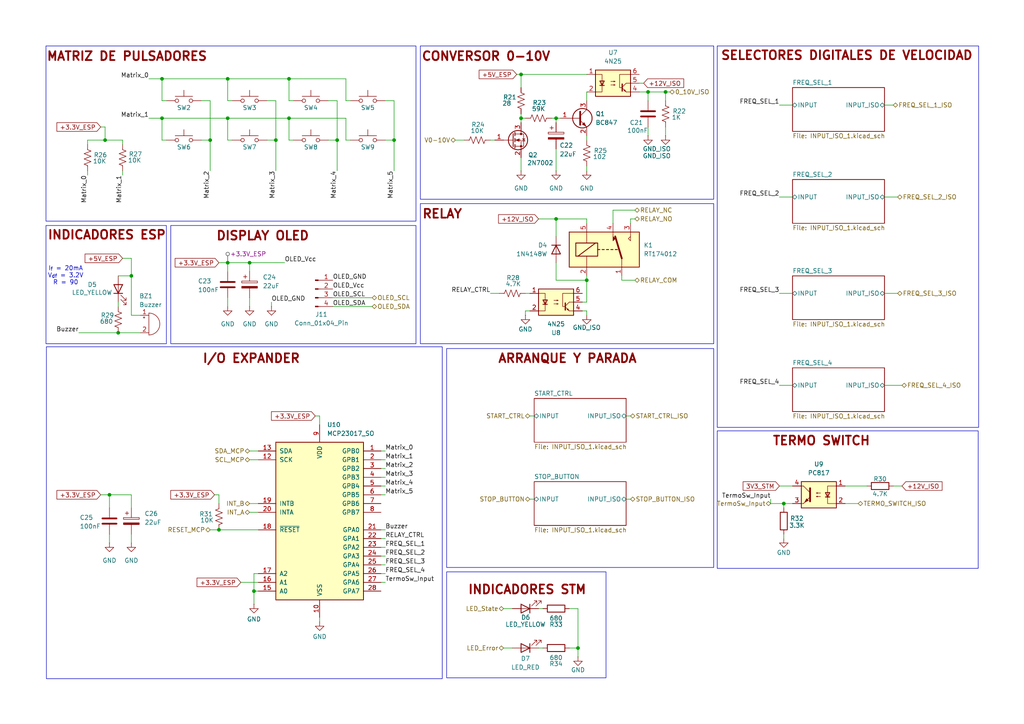
<source format=kicad_sch>
(kicad_sch (version 20250114) (generator "eeschema") (generator_version "9.0")
  (paper "A4")
  (title_block (title "Variador de frecuencia LVDC") (date "2025-08-05") (rev "0") (company "Andrenacci - Carra"))
  (rectangle (start 208.026 124.968) (end 283.718 164.846))
  (rectangle (start 13.335 13.335) (end 120.65 64.135))
  (rectangle (start 49.53 65.405) (end 120.65 99.695))
  (rectangle (start 121.92 13.335) (end 207.01 57.785))
  (rectangle (start 129.54 101.092) (end 207.01 164.592))
  (rectangle (start 13.335 65.405) (end 48.26 99.695))
  (rectangle (start 121.92 59.055) (end 207.01 99.695))
  (rectangle (start 129.54 165.862) (end 175.768 196.596))
  (rectangle (start 208.026 13.335) (end 283.845 123.952))
  (rectangle (start 13.462 100.584) (end 128.27 196.85))
  (text "R = 90" (at 19.05 82.042 0) (effects (font (size 1.27 1.27))))
  (text "I_{f} = 20mA\nV_{d_{f}} = 3.2V" (at 19.05 78.994 0) (effects (font (size 1.27 1.27))))
  (text "RELAY" (at 128.27 62.23 0) (effects (font (size 2.54 2.54) (thickness 0.508) (bold yes))))
  (text "MATRIZ DE PULSADORES" (at 36.83 16.51 0) (effects (font (size 2.54 2.54) (thickness 0.508) (bold yes))))
  (text "ARRANQUE Y PARADA" (at 164.592 104.14 0) (effects (font (size 2.54 2.54) (thickness 0.508) (bold yes))))
  (text "INDICADORES STM" (at 152.908 171.196 0) (effects (font (size 2.54 2.54) (thickness 0.508) (bold yes))))
  (text "TERMO SWITCH" (at 238.252 128.016 0) (effects (font (size 2.54 2.54) (thickness 0.508) (bold yes))))
  (text "I/O EXPANDER" (at 72.898 104.14 0) (effects (font (size 2.54 2.54) (thickness 0.508) (bold yes))))
  (text "DISPLAY OLED" (at 76.2 68.58 0) (effects (font (size 2.54 2.54) (thickness 0.508) (bold yes))))
  (text "INDICADORES ESP" (at 30.988 68.326 0) (effects (font (size 2.54 2.54) (thickness 0.508) (bold yes))))
  (text "SELECTORES DIGITALES DE VELOCIDAD\n" (at 245.618 16.256 0) (effects (font (size 2.54 2.54) (thickness 0.508) (bold yes))))
  (text "CONVERSOR 0-10V" (at 140.97 16.51 0) (effects (font (size 2.54 2.54) (thickness 0.508) (bold yes))))
  (junction (at 227.33 146.05))
  (junction (at 80.01 40.64))
  (junction (at 161.29 63.5))
  (junction (at 114.3 40.64))
  (junction (at 170.18 81.28))
  (junction (at 161.29 34.29))
  (junction (at 151.13 21.59))
  (junction (at 83.82 34.29))
  (junction (at 151.13 34.29))
  (junction (at 167.64 187.96))
  (junction (at 31.75 143.51))
  (junction (at 73.66 171.45))
  (junction (at 66.04 76.2))
  (junction (at 38.1 80.01))
  (junction (at 30.48 40.64))
  (junction (at 193.04 26.67))
  (junction (at 72.39 76.2))
  (junction (at 46.99 22.86))
  (junction (at 66.04 22.86))
  (junction (at 63.5 153.67))
  (junction (at 34.29 96.52))
  (junction (at 97.79 40.64))
  (junction (at 83.82 22.86))
  (junction (at 60.96 40.64))
  (junction (at 46.99 34.29))
  (junction (at 66.04 34.29))
  (junction (at 187.96 26.67))
  (wire (pts (xy 142.24 40.64) (xy 143.51 40.64)))
  (wire (pts (xy 69.85 168.91) (xy 74.93 168.91)))
  (wire (pts (xy 63.5 76.2) (xy 66.04 76.2)))
  (wire (pts (xy 167.64 187.96) (xy 167.64 176.53)))
  (wire (pts (xy 227.33 146.05) (xy 223.52 146.05)))
  (wire (pts (xy 60.96 40.64) (xy 60.96 49.53)))
  (wire (pts (xy 256.54 85.09) (xy 260.35 85.09)))
  (wire (pts (xy 100.33 29.21) (xy 100.33 22.86)))
  (wire (pts (xy 72.39 86.36) (xy 72.39 88.9)))
  (wire (pts (xy 66.04 76.2) (xy 72.39 76.2)))
  (wire (pts (xy 226.06 140.97) (xy 229.87 140.97)))
  (wire (pts (xy 110.49 133.35) (xy 111.76 133.35)))
  (wire (pts (xy 110.49 138.43) (xy 111.76 138.43)))
  (wire (pts (xy 181.61 120.65) (xy 182.88 120.65)))
  (wire (pts (xy 161.29 43.18) (xy 161.29 49.53)))
  (wire (pts (xy 186.69 24.13) (xy 185.42 24.13)))
  (wire (pts (xy 146.05 176.53) (xy 148.59 176.53)))
  (wire (pts (xy 170.18 48.26) (xy 170.18 49.53)))
  (wire (pts (xy 66.04 86.36) (xy 66.04 88.9)))
  (wire (pts (xy 29.21 36.83) (xy 30.48 36.83)))
  (wire (pts (xy 25.4 40.64) (xy 25.4 41.91)))
  (wire (pts (xy 73.66 166.37) (xy 74.93 166.37)))
  (wire (pts (xy 248.92 146.05) (xy 245.11 146.05)))
  (wire (pts (xy 38.1 143.51) (xy 38.1 147.32)))
  (wire (pts (xy 151.13 33.02) (xy 151.13 34.29)))
  (wire (pts (xy 111.76 166.37) (xy 110.49 166.37)))
  (wire (pts (xy 83.82 34.29) (xy 100.33 34.29)))
  (wire (pts (xy 156.21 176.53) (xy 157.48 176.53)))
  (wire (pts (xy 43.18 22.86) (xy 46.99 22.86)))
  (wire (pts (xy 170.18 39.37) (xy 170.18 40.64)))
  (wire (pts (xy 184.15 63.5) (xy 182.88 63.5)))
  (wire (pts (xy 60.96 153.67) (xy 63.5 153.67)))
  (wire (pts (xy 72.39 146.05) (xy 74.93 146.05)))
  (wire (pts (xy 97.79 40.64) (xy 97.79 49.53)))
  (wire (pts (xy 73.66 171.45) (xy 73.66 166.37)))
  (wire (pts (xy 110.49 143.51) (xy 111.76 143.51)))
  (wire (pts (xy 170.18 81.28) (xy 170.18 87.63)))
  (wire (pts (xy 111.76 163.83) (xy 110.49 163.83)))
  (wire (pts (xy 46.99 40.64) (xy 48.26 40.64)))
  (wire (pts (xy 187.96 26.67) (xy 187.96 29.21)))
  (wire (pts (xy 152.4 90.17) (xy 152.4 91.44)))
  (wire (pts (xy 114.3 40.64) (xy 114.3 29.21)))
  (wire (pts (xy 95.25 29.21) (xy 97.79 29.21)))
  (wire (pts (xy 66.04 22.86) (xy 66.04 29.21)))
  (wire (pts (xy 226.06 111.76) (xy 229.87 111.76)))
  (wire (pts (xy 161.29 63.5) (xy 170.18 63.5)))
  (wire (pts (xy 96.52 86.36) (xy 107.95 86.36)))
  (wire (pts (xy 149.86 21.59) (xy 151.13 21.59)))
  (wire (pts (xy 80.01 40.64) (xy 80.01 49.53)))
  (wire (pts (xy 48.26 29.21) (xy 46.99 29.21)))
  (wire (pts (xy 170.18 63.5) (xy 170.18 64.77)))
  (wire (pts (xy 46.99 34.29) (xy 66.04 34.29)))
  (wire (pts (xy 226.06 30.48) (xy 229.87 30.48)))
  (wire (pts (xy 187.96 36.83) (xy 187.96 39.37)))
  (wire (pts (xy 146.05 187.96) (xy 148.59 187.96)))
  (wire (pts (xy 46.99 22.86) (xy 66.04 22.86)))
  (wire (pts (xy 111.76 168.91) (xy 110.49 168.91)))
  (wire (pts (xy 100.33 22.86) (xy 83.82 22.86)))
  (wire (pts (xy 58.42 40.64) (xy 60.96 40.64)))
  (wire (pts (xy 66.04 76.2) (xy 66.04 78.74)))
  (wire (pts (xy 83.82 29.21) (xy 85.09 29.21)))
  (wire (pts (xy 34.29 80.01) (xy 38.1 80.01)))
  (wire (pts (xy 92.71 120.65) (xy 92.71 123.19)))
  (wire (pts (xy 31.75 154.94) (xy 31.75 157.48)))
  (wire (pts (xy 31.75 143.51) (xy 31.75 147.32)))
  (wire (pts (xy 151.13 34.29) (xy 152.4 34.29)))
  (wire (pts (xy 151.13 21.59) (xy 151.13 25.4)))
  (wire (pts (xy 168.91 90.17) (xy 170.18 90.17)))
  (wire (pts (xy 60.96 29.21) (xy 60.96 40.64)))
  (wire (pts (xy 77.47 40.64) (xy 80.01 40.64)))
  (wire (pts (xy 35.56 40.64) (xy 35.56 41.91)))
  (wire (pts (xy 77.47 29.21) (xy 80.01 29.21)))
  (wire (pts (xy 97.79 29.21) (xy 97.79 40.64)))
  (wire (pts (xy 153.67 144.78) (xy 154.94 144.78)))
  (wire (pts (xy 100.33 34.29) (xy 100.33 40.64)))
  (wire (pts (xy 58.42 29.21) (xy 60.96 29.21)))
  (wire (pts (xy 251.46 140.97) (xy 245.11 140.97)))
  (wire (pts (xy 142.24 85.09) (xy 144.78 85.09)))
  (wire (pts (xy 114.3 40.64) (xy 114.3 49.53)))
  (wire (pts (xy 72.39 133.35) (xy 74.93 133.35)))
  (wire (pts (xy 83.82 22.86) (xy 83.82 29.21)))
  (wire (pts (xy 46.99 34.29) (xy 46.99 40.64)))
  (wire (pts (xy 63.5 143.51) (xy 63.5 146.05)))
  (wire (pts (xy 227.33 146.05) (xy 227.33 147.32)))
  (wire (pts (xy 43.18 34.29) (xy 46.99 34.29)))
  (wire (pts (xy 72.39 76.2) (xy 82.55 76.2)))
  (wire (pts (xy 100.33 40.64) (xy 101.6 40.64)))
  (wire (pts (xy 63.5 153.67) (xy 74.93 153.67)))
  (wire (pts (xy 29.21 143.51) (xy 31.75 143.51)))
  (wire (pts (xy 161.29 34.29) (xy 162.56 34.29)))
  (wire (pts (xy 110.49 130.81) (xy 111.76 130.81)))
  (wire (pts (xy 38.1 74.93) (xy 38.1 80.01)))
  (wire (pts (xy 227.33 156.21) (xy 227.33 154.94)))
  (wire (pts (xy 229.87 146.05) (xy 227.33 146.05)))
  (wire (pts (xy 83.82 34.29) (xy 83.82 40.64)))
  (wire (pts (xy 101.6 29.21) (xy 100.33 29.21)))
  (wire (pts (xy 185.42 26.67) (xy 187.96 26.67)))
  (wire (pts (xy 110.49 156.21) (xy 111.76 156.21)))
  (wire (pts (xy 152.4 90.17) (xy 153.67 90.17)))
  (wire (pts (xy 67.31 40.64) (xy 66.04 40.64)))
  (wire (pts (xy 66.04 22.86) (xy 83.82 22.86)))
  (wire (pts (xy 78.74 87.63) (xy 78.74 88.9)))
  (wire (pts (xy 226.06 57.15) (xy 229.87 57.15)))
  (wire (pts (xy 170.18 26.67) (xy 170.18 29.21)))
  (wire (pts (xy 31.75 143.51) (xy 38.1 143.51)))
  (wire (pts (xy 151.13 45.72) (xy 151.13 49.53)))
  (wire (pts (xy 152.4 85.09) (xy 153.67 85.09)))
  (wire (pts (xy 182.88 63.5) (xy 182.88 64.77)))
  (wire (pts (xy 38.1 154.94) (xy 38.1 157.48)))
  (wire (pts (xy 167.64 190.5) (xy 167.64 187.96)))
  (wire (pts (xy 38.1 80.01) (xy 38.1 91.44)))
  (wire (pts (xy 193.04 26.67) (xy 194.31 26.67)))
  (wire (pts (xy 91.44 120.65) (xy 92.71 120.65)))
  (wire (pts (xy 110.49 153.67) (xy 111.76 153.67)))
  (wire (pts (xy 111.76 161.29) (xy 110.49 161.29)))
  (wire (pts (xy 177.8 60.96) (xy 184.15 60.96)))
  (wire (pts (xy 180.34 80.01) (xy 180.34 81.28)))
  (wire (pts (xy 165.1 187.96) (xy 167.64 187.96)))
  (wire (pts (xy 161.29 76.2) (xy 161.29 81.28)))
  (wire (pts (xy 30.48 36.83) (xy 30.48 40.64)))
  (wire (pts (xy 165.1 176.53) (xy 167.64 176.53)))
  (wire (pts (xy 62.23 143.51) (xy 63.5 143.51)))
  (wire (pts (xy 25.4 49.53) (xy 25.4 50.8)))
  (wire (pts (xy 46.99 29.21) (xy 46.99 22.86)))
  (wire (pts (xy 256.54 57.15) (xy 260.35 57.15)))
  (wire (pts (xy 110.49 140.97) (xy 111.76 140.97)))
  (wire (pts (xy 73.66 171.45) (xy 74.93 171.45)))
  (wire (pts (xy 92.71 179.07) (xy 92.71 180.34)))
  (wire (pts (xy 261.62 140.97) (xy 259.08 140.97)))
  (wire (pts (xy 66.04 34.29) (xy 66.04 40.64)))
  (wire (pts (xy 161.29 34.29) (xy 161.29 35.56)))
  (wire (pts (xy 193.04 26.67) (xy 193.04 29.21)))
  (wire (pts (xy 161.29 81.28) (xy 170.18 81.28)))
  (wire (pts (xy 25.4 40.64) (xy 30.48 40.64)))
  (wire (pts (xy 161.29 63.5) (xy 161.29 68.58)))
  (wire (pts (xy 110.49 135.89) (xy 111.76 135.89)))
  (wire (pts (xy 66.04 29.21) (xy 67.31 29.21)))
  (wire (pts (xy 184.15 81.28) (xy 180.34 81.28)))
  (wire (pts (xy 111.76 40.64) (xy 114.3 40.64)))
  (wire (pts (xy 30.48 40.64) (xy 35.56 40.64)))
  (wire (pts (xy 34.29 96.52) (xy 40.64 96.52)))
  (wire (pts (xy 170.18 90.17) (xy 170.18 91.44)))
  (wire (pts (xy 35.56 74.93) (xy 38.1 74.93)))
  (wire (pts (xy 96.52 88.9) (xy 107.95 88.9)))
  (wire (pts (xy 226.06 85.09) (xy 229.87 85.09)))
  (wire (pts (xy 256.54 111.76) (xy 261.62 111.76)))
  (wire (pts (xy 223.52 146.05) (xy 223.52 144.78)))
  (wire (pts (xy 177.8 64.77) (xy 177.8 60.96)))
  (wire (pts (xy 168.91 87.63) (xy 170.18 87.63)))
  (wire (pts (xy 95.25 40.64) (xy 97.79 40.64)))
  (wire (pts (xy 151.13 34.29) (xy 151.13 35.56)))
  (wire (pts (xy 160.02 34.29) (xy 161.29 34.29)))
  (wire (pts (xy 132.08 40.64) (xy 134.62 40.64)))
  (wire (pts (xy 72.39 76.2) (xy 72.39 78.74)))
  (wire (pts (xy 72.39 148.59) (xy 74.93 148.59)))
  (wire (pts (xy 66.04 34.29) (xy 83.82 34.29)))
  (wire (pts (xy 38.1 91.44) (xy 40.64 91.44)))
  (wire (pts (xy 22.86 96.52) (xy 34.29 96.52)))
  (wire (pts (xy 193.04 36.83) (xy 193.04 39.37)))
  (wire (pts (xy 181.61 144.78) (xy 182.88 144.78)))
  (wire (pts (xy 72.39 130.81) (xy 74.93 130.81)))
  (wire (pts (xy 83.82 40.64) (xy 85.09 40.64)))
  (wire (pts (xy 80.01 29.21) (xy 80.01 40.64)))
  (wire (pts (xy 170.18 21.59) (xy 151.13 21.59)))
  (wire (pts (xy 156.21 63.5) (xy 161.29 63.5)))
  (wire (pts (xy 256.54 30.48) (xy 259.08 30.48)))
  (wire (pts (xy 34.29 87.63) (xy 34.29 88.9)))
  (wire (pts (xy 111.76 158.75) (xy 110.49 158.75)))
  (wire (pts (xy 35.56 49.53) (xy 35.56 50.8)))
  (wire (pts (xy 114.3 29.21) (xy 111.76 29.21)))
  (wire (pts (xy 73.66 175.26) (xy 73.66 171.45)))
  (wire (pts (xy 187.96 26.67) (xy 193.04 26.67)))
  (wire (pts (xy 153.67 120.65) (xy 154.94 120.65)))
  (wire (pts (xy 156.21 187.96) (xy 157.48 187.96)))
  (wire (pts (xy 170.18 80.01) (xy 170.18 81.28)))
  (label "OLED_SDA" (at 96.52 88.9 0))
  (label "Matrix_0" (at 111.76 130.81 0))
  (label "FREQ_SEL_4" (at 226.06 111.76 180))
  (label "Buzzer" (at 111.76 153.67 0))
  (label "Matrix_0" (at 43.18 22.86 180))
  (label "FREQ_SEL_4" (at 111.76 166.37 0))
  (label "FREQ_SEL_2" (at 111.76 161.29 0))
  (label "Matrix_3" (at 111.76 138.43 0))
  (label "Matrix_2" (at 60.96 49.53 270))
  (label "Matrix_2" (at 111.76 135.89 0))
  (label "Matrix_5" (at 114.3 49.53 270))
  (label "FREQ_SEL_3" (at 111.76 163.83 0))
  (label "Buzzer" (at 22.86 96.52 180))
  (label "OLED_SCL" (at 96.52 86.36 0))
  (label "RELAY_CTRL" (at 111.76 156.21 0))
  (label "OLED_Vcc" (at 82.55 76.2 0))
  (label "OLED_Vcc" (at 96.52 83.82 0))
  (label "TermoSw_Input" (at 223.52 144.78 180))
  (label "Matrix_0" (at 25.4 50.8 270))
  (label "FREQ_SEL_1" (at 111.76 158.75 0))
  (label "Matrix_1" (at 35.56 50.8 270))
  (label "FREQ_SEL_2" (at 226.06 57.15 180))
  (label "Matrix_4" (at 111.76 140.97 0))
  (label "Matrix_5" (at 111.76 143.51 0))
  (label "TermoSw_Input" (at 111.76 168.91 0))
  (label "OLED_GND" (at 96.52 81.28 0))
  (label "Matrix_4" (at 97.79 49.53 270))
  (label "RELAY_CTRL" (at 142.24 85.09 180))
  (label "FREQ_SEL_1" (at 226.06 30.48 180))
  (label "OLED_GND" (at 78.74 87.63 0))
  (label "Matrix_1" (at 43.18 34.29 180))
  (label "Matrix_3" (at 80.01 49.53 270))
  (label "Matrix_1" (at 111.76 133.35 0))
  (label "FREQ_SEL_3" (at 226.06 85.09 180))
  (global_label "3V3_STM" (shape input) (at 226.06 140.97 180) (property "Intersheetrefs" "${INTERSHEET_REFS}" (effects (hide yes))))
  (global_label "+12V_ISO" (shape input) (at 186.69 24.13 0) (property "Intersheetrefs" "${INTERSHEET_REFS}" (effects (hide yes))))
  (global_label "+3.3V_ESP" (shape input) (at 63.5 76.2 180) (property "Intersheetrefs" "${INTERSHEET_REFS}" (effects (hide yes))))
  (global_label "+3.3V_ESP" (shape input) (at 69.85 168.91 180) (property "Intersheetrefs" "${INTERSHEET_REFS}" (effects (hide yes))))
  (global_label "+5V_ESP" (shape input) (at 149.86 21.59 180) (property "Intersheetrefs" "${INTERSHEET_REFS}" (effects (hide yes))))
  (global_label "+3.3V_ESP" (shape input) (at 62.23 143.51 180) (property "Intersheetrefs" "${INTERSHEET_REFS}" (effects (hide yes))))
  (global_label "+12V_ISO" (shape input) (at 261.62 140.97 0) (property "Intersheetrefs" "${INTERSHEET_REFS}" (effects (hide yes))))
  (global_label "+5V_ESP" (shape input) (at 35.56 74.93 180) (property "Intersheetrefs" "${INTERSHEET_REFS}" (effects (hide yes))))
  (global_label "+3.3V_ESP" (shape input) (at 29.21 36.83 180) (property "Intersheetrefs" "${INTERSHEET_REFS}" (effects (hide yes))))
  (global_label "+12V_ISO" (shape input) (at 156.21 63.5 180) (property "Intersheetrefs" "${INTERSHEET_REFS}" (effects (hide yes))))
  (global_label "+3.3V_ESP" (shape input) (at 29.21 143.51 180) (property "Intersheetrefs" "${INTERSHEET_REFS}" (effects (hide yes))))
  (global_label "+3.3V_ESP" (shape input) (at 91.44 120.65 180) (property "Intersheetrefs" "${INTERSHEET_REFS}" (effects (hide yes))))
  (hierarchical_label "V0-10V" (shape bidirectional) (at 132.08 40.64 180))
  (hierarchical_label "RESET_MCP" (shape bidirectional) (at 60.96 153.67 180))
  (hierarchical_label "TERMO_SWITCH_ISO" (shape bidirectional) (at 248.92 146.05 0))
  (hierarchical_label "LED_Error" (shape bidirectional) (at 146.05 187.96 180))
  (hierarchical_label "FREQ_SEL_4_ISO" (shape bidirectional) (at 261.62 111.76 0))
  (hierarchical_label "SCL_MCP" (shape bidirectional) (at 72.39 133.35 180))
  (hierarchical_label "0_10V_ISO" (shape bidirectional) (at 194.31 26.67 0))
  (hierarchical_label "INT_B" (shape bidirectional) (at 72.39 146.05 180))
  (hierarchical_label "RELAY_COM" (shape bidirectional) (at 184.15 81.28 0))
  (hierarchical_label "RELAY_NO" (shape bidirectional) (at 184.15 63.5 0))
  (hierarchical_label "OLED_SCL" (shape bidirectional) (at 107.95 86.36 0))
  (hierarchical_label "FREQ_SEL_2_ISO" (shape bidirectional) (at 260.35 57.15 0))
  (hierarchical_label "OLED_SDA" (shape bidirectional) (at 107.95 88.9 0))
  (hierarchical_label "FREQ_SEL_3_ISO" (shape bidirectional) (at 260.35 85.09 0))
  (hierarchical_label "SDA_MCP" (shape bidirectional) (at 72.39 130.81 180))
  (hierarchical_label "RELAY_NC" (shape bidirectional) (at 184.15 60.96 0))
  (hierarchical_label "START_CTRL_ISO" (shape bidirectional) (at 182.88 120.65 0))
  (hierarchical_label "INT_A" (shape bidirectional) (at 72.39 148.59 180))
  (hierarchical_label "START_CTRL" (shape bidirectional) (at 153.67 120.65 180))
  (hierarchical_label "TermoSw_Input" (shape bidirectional) (at 223.52 146.05 180))
  (hierarchical_label "STOP_BUTTON" (shape bidirectional) (at 153.67 144.78 180))
  (hierarchical_label "STOP_BUTTON_ISO" (shape bidirectional) (at 182.88 144.78 0))
  (hierarchical_label "LED_State" (shape bidirectional) (at 146.05 176.53 180))
  (hierarchical_label "FREQ_SEL_1_ISO" (shape bidirectional) (at 259.08 30.48 0))
  (netclass_flag "" (length 2.54) (shape round) (at 66.04 76.2 0) (property "Netclass" "+3.3V_ESP" (at 66.7385 73.66 0) (effects (justify left))))
  (symbol (lib_id "power:GND") (at 170.18 49.53 0) (unit 1)
    (property "Reference" "#PWR037" (effects (hide yes)))
    (property "Value" "GND" (at 170.18 54.61 0))
    (property "Description" "Power symbol creates a global label with name \"GND\" , ground" (effects (hide yes)))
  )
  (symbol (lib_id "Relay:G5LE-1") (at 175.26 72.39 0) (unit 1)
    (property "Reference" "K1" (at 186.69 71.1199 0) (effects (justify left)))
    (property "Value" "RT174012" (at 186.69 73.6599 0) (effects (justify left)))
    (property "Footprint" "Footprints:RT174012" (effects (hide yes)))
    (property "Datasheet" "https://www.lcsc.com/datasheet/C6460993.pdf" (effects (hide yes)))
    (property "Description" "Omron G5LE relay, Miniature Single Pole, SPDT, 10A" (effects (hide yes)))
    (property "Price" "6.0068" (effects (hide yes)))
    (property "Manufacturer" "TE Connectivity" (effects (hide yes)))
    (property "Compra" "https://www.lcsc.com/product-detail/C6460993.html" (effects (hide yes)))
    (property "Symbol checked" "Yes" (effects (hide yes)))
  )
  (symbol (lib_id "Device:LED") (at 34.29 83.82 90) (unit 1)
    (property "Reference" "D5" (at 25.4 82.55 90) (effects (justify right)))
    (property "Value" "LED_YELLOW" (at 20.828 84.836 90) (effects (justify right)))
    (property "Footprint" "LED_SMD:LED_0603_1608Metric_Pad1.05x0.95mm_HandSolder" (effects (hide yes)))
    (property "Datasheet" "https://www.lcsc.com/datasheet/C965802.pdf" (effects (hide yes)))
    (property "Description" "Light emitting diode" (effects (hide yes)))
    (property "Sim.Pins" "1=K 2=A" (effects (hide yes)))
    (property "Footprint checked" "Yes" (effects (hide yes)))
    (property "Symbol checked" "Yes" (effects (hide yes)))
    (property "Price" "0.0059" (effects (hide yes)))
    (property "Manufacturer" "XINGLIGHT" (effects (hide yes)))
    (property "Compra" "https://www.lcsc.com/product-detail/C965802.html" (effects (hide yes)))
  )
  (symbol (lib_id "Device:C") (at 187.96 33.02 0) (unit 1)
    (property "Reference" "C21" (at 182.626 35.56 0) (effects (justify left)))
    (property "Value" "100nF" (at 181.864 37.846 0) (effects (justify left)))
    (property "Footprint" "Capacitor_SMD:C_0603_1608Metric_Pad1.08x0.95mm_HandSolder" (effects (hide yes)))
    (property "Datasheet" "https://www.lcsc.com/datasheet/C14663.pdf" (effects (hide yes)))
    (property "Description" "Unpolarized capacitor" (effects (hide yes)))
    (property "Footprint checked" "Yes" (effects (hide yes)))
    (property "Symbol checked" "Yes" (effects (hide yes)))
    (property "Price" "0.24" (effects (hide yes)))
    (property "Manufacturer" "Yagueo" (effects (hide yes)))
    (property "Compra" "https://www.lcsc.com/product-detail/C14663.html" (effects (hide yes)))
  )
  (symbol (lib_id "power:GND") (at 78.74 88.9 0) (unit 1)
    (property "Reference" "#PWR040" (effects (hide yes)))
    (property "Value" "GND" (at 78.74 93.98 0))
    (property "Description" "Power symbol creates a global label with name \"GND\" , ground" (effects (hide yes)))
  )
  (symbol (lib_id "Device:C") (at 66.04 82.55 0) (unit 1)
    (property "Reference" "C23" (at 57.404 81.534 0) (effects (justify left)))
    (property "Value" "100nF" (at 57.404 84.074 0) (effects (justify left)))
    (property "Footprint" "Capacitor_SMD:C_0603_1608Metric_Pad1.08x0.95mm_HandSolder" (effects (hide yes)))
    (property "Datasheet" "https://www.lcsc.com/datasheet/C14663.pdf" (effects (hide yes)))
    (property "Description" "Unpolarized capacitor" (effects (hide yes)))
    (property "Footprint checked" "Yes" (effects (hide yes)))
    (property "Symbol checked" "Yes" (effects (hide yes)))
    (property "Price" "0.24" (effects (hide yes)))
    (property "Manufacturer" "Yagueo" (effects (hide yes)))
    (property "Compra" "https://www.lcsc.com/product-detail/C14663.html" (effects (hide yes)))
  )
  (symbol (lib_id "power:GND") (at 31.75 157.48 0) (unit 1)
    (property "Reference" "#PWR044" (effects (hide yes)))
    (property "Value" "GND" (at 31.75 162.56 0))
    (property "Description" "Power symbol creates a global label with name \"GND\" , ground" (effects (hide yes)))
  )
  (symbol (lib_id "Switch:SW_MEC_5G") (at 72.39 40.64 0) (unit 1)
    (property "Reference" "SW7" (at 72.39 42.672 0))
    (property "Value" "SW_MEC_5G" (effects (hide yes)))
    (property "Datasheet" "https://www.lcsc.com/datasheet/C2894750.pdf" (effects (hide yes)))
    (property "Description" "MEC 5G single pole normally-open tactile switch" (effects (hide yes)))
    (property "Compra" "https://www.lcsc.com/product-detail/C2894750.html" (effects (hide yes)))
    (property "Manufacturer" "Yuandi" (effects (hide yes)))
    (property "Price" "0.1224" (effects (hide yes)))
    (property "Symbol checked" "Yes" (effects (hide yes)))
  )
  (symbol (lib_id "Device:R") (at 161.29 187.96 90) (unit 1)
    (property "Reference" "R34" (at 161.29 192.532 90))
    (property "Value" "680" (at 161.29 190.754 90))
    (property "Footprint" "Resistor_SMD:R_0603_1608Metric_Pad0.98x0.95mm_HandSolder" (effects (hide yes)))
    (property "Datasheet" "https://www.lcsc.com/datasheet/C20109434.pdf" (effects (hide yes)))
    (property "Description" "Resistor" (effects (hide yes)))
    (property "Symbol checked" "Yes" (effects (hide yes)))
    (property "Compra" "https://www.lcsc.com/product-detail/C20109434.html" (effects (hide yes)))
    (property "Footprint checked" "Yes" (effects (hide yes)))
    (property "Manufacturer" "ROHM" (effects (hide yes)))
    (property "Price" "0.0186" (effects (hide yes)))
  )
  (symbol (lib_id "Device:R_US") (at 156.21 34.29 90) (unit 1)
    (property "Reference" "R23" (at 154.4955 29.7815 90) (effects (justify right)))
    (property "Value" "59K" (at 154.2415 31.5595 90) (effects (justify right)))
    (property "Footprint" "Resistor_SMD:R_0603_1608Metric_Pad0.98x0.95mm_HandSolder" (effects (hide yes)))
    (property "Datasheet" "https://www.lcsc.com/datasheet/C203697.pdf" (effects (hide yes)))
    (property "Description" "Resistor, US symbol" (effects (hide yes)))
    (property "Footprint checked" "Yes" (effects (hide yes)))
    (property "Symbol checked" "Yes" (effects (hide yes)))
    (property "Price" "0.0087" (effects (hide yes)))
    (property "Compra" "https://www.lcsc.com/product-detail/C203697.html" (effects (hide yes)))
    (property "Manufacturer" "BOURNS" (effects (hide yes)))
  )
  (symbol (lib_id "Device:C_Polarized") (at 38.1 151.13 0) (unit 1)
    (property "Reference" "C26" (at 41.91 148.9709 0) (effects (justify left)))
    (property "Value" "22uF" (at 41.91 151.5109 0) (effects (justify left)))
    (property "Footprint" "Capacitor_SMD:CP_Elec_5x5.4" (effects (hide yes)))
    (property "Datasheet" "https://www.lcsc.com/datasheet/C72502.pdf" (effects (hide yes)))
    (property "Description" "Polarized capacitor" (effects (hide yes)))
    (property "Footprint checked" "Yes" (effects (hide yes)))
    (property "Symbol checked" "Yes" (effects (hide yes)))
    (property "Price" "0.41" (effects (hide yes)))
    (property "Manufacturer" "Roquang" (effects (hide yes)))
    (property "Compra" "https://www.lcsc.com/product-detail/C72502.html" (effects (hide yes)))
  )
  (symbol (lib_id "power:GND") (at 73.66 175.26 0) (unit 1)
    (property "Reference" "#PWR046" (effects (hide yes)))
    (property "Value" "GND" (at 73.66 179.578 0))
    (property "Description" "Power symbol creates a global label with name \"GND\" , ground" (effects (hide yes)))
  )
  (symbol (lib_id "Device:LED") (at 152.4 187.96 180) (unit 1)
    (property "Reference" "D7" (at 152.4 191.008 0))
    (property "Value" "LED_RED" (at 152.4 193.548 0))
    (property "Footprint" "LED_SMD:LED_0603_1608Metric_Pad1.05x0.95mm_HandSolder" (effects (hide yes)))
    (property "Datasheet" "https://www.lcsc.com/datasheet/C965799.pdf" (effects (hide yes)))
    (property "Description" "Light emitting diode" (effects (hide yes)))
    (property "Sim.Pins" "1=K 2=A" (effects (hide yes)))
    (property "Compra" "https://www.lcsc.com/product-detail/C965799.html" (effects (hide yes)))
    (property "Footprint checked" "Yes" (effects (hide yes)))
    (property "Manufacturer" "XINGLIGHT" (effects (hide yes)))
    (property "Price" "0.0032" (effects (hide yes)))
    (property "Symbol checked" "Yes" (effects (hide yes)))
  )
  (symbol (lib_id "Switch:SW_MEC_5G") (at 53.34 40.64 0) (unit 1)
    (property "Reference" "SW6" (at 53.34 42.672 0))
    (property "Value" "SW_MEC_5G" (effects (hide yes)))
    (property "Datasheet" "https://www.lcsc.com/datasheet/C2894750.pdf" (effects (hide yes)))
    (property "Description" "MEC 5G single pole normally-open tactile switch" (effects (hide yes)))
    (property "Compra" "https://www.lcsc.com/product-detail/C2894750.html" (effects (hide yes)))
    (property "Manufacturer" "Yuandi" (effects (hide yes)))
    (property "Price" "0.1224" (effects (hide yes)))
    (property "Symbol checked" "Yes" (effects (hide yes)))
  )
  (symbol (lib_id "Isolator:PC817") (at 237.49 143.51 0) (mirror y) (unit 1)
    (property "Reference" "U9" (at 237.49 134.62 0))
    (property "Value" "PC817" (at 237.49 137.16 0))
    (property "Footprint" "Package_DIP:DIP-4_W7.62mm_SMDSocket_SmallPads" (effects (hide yes)))
    (property "Datasheet" "https://www.lcsc.com/datasheet/C3008368.pdf" (effects (hide yes)))
    (property "Description" "DC Optocoupler, Vce 35V, CTR 50-300%, DIP-4" (effects (hide yes)))
    (property "Compra" "https://www.lcsc.com/product-detail/C3008368.html" (effects (hide yes)))
    (property "Manufacturer" "UMW" (effects (hide yes)))
    (property "Price" "0.0347" (effects (hide yes)))
  )
  (symbol (lib_id "power:GND") (at 151.13 49.53 0) (unit 1)
    (property "Reference" "#PWR035" (effects (hide yes)))
    (property "Value" "GND" (at 151.13 54.61 0))
    (property "Description" "Power symbol creates a global label with name \"GND\" , ground" (effects (hide yes)))
  )
  (symbol (lib_id "power:GND") (at 193.04 39.37 0) (unit 1)
    (property "Reference" "#PWR034" (effects (hide yes)))
    (property "Value" "GND_ISO" (at 190.5 43.18 0))
    (property "Description" "Power symbol creates a global label with name \"GND\" , ground" (effects (hide yes)))
  )
  (symbol (lib_id "Device:R") (at 255.27 140.97 270) (mirror x) (unit 1)
    (property "Reference" "R30" (at 255.27 138.938 90))
    (property "Value" "4.7K" (at 255.27 143.256 90))
    (property "Footprint" "Resistor_SMD:R_0603_1608Metric_Pad0.98x0.95mm_HandSolder" (effects (hide yes)))
    (property "Datasheet" "https://www.lcsc.com/datasheet/C2078630.pdf" (effects (hide yes)))
    (property "Description" "Resistor" (effects (hide yes)))
    (property "Symbol checked" "Yes" (effects (hide yes)))
    (property "Compra" "https://www.lcsc.com/product-detail/C2078630.html" (effects (hide yes)))
    (property "Footprint checked" "Yes" (effects (hide yes)))
    (property "Manufacturer" "VISHAY" (effects (hide yes)))
    (property "Price" "0.0220" (effects (hide yes)))
  )
  (symbol (lib_id "Isolator:4N25") (at 177.8 24.13 0) (unit 1)
    (property "Reference" "U7" (at 177.8 15.24 0))
    (property "Value" "4N25" (at 177.8 17.78 0))
    (property "Footprint" "Package_DIP:DIP-6_W7.62mm_SMDSocket_SmallPads" (effects (hide yes)))
    (property "Datasheet" "https://www.lcsc.com/datasheet/C898941.pdf" (effects (hide yes)))
    (property "Description" "DC Optocoupler Base Connected, Vce 30V, CTR 20%, Viso 2500V, DIP6" (effects (hide yes)))
    (property "Compra" "https://www.lcsc.com/product-detail/C898941.html?s_z=n_4N25%2520SMD-6P" (effects (hide yes)))
    (property "Manufacturer" "onsemi" (effects (hide yes)))
    (property "Price" "0.9182" (effects (hide yes)))
  )
  (symbol (lib_id "power:GND") (at 38.1 157.48 0) (unit 1)
    (property "Reference" "#PWR045" (effects (hide yes)))
    (property "Value" "GND" (at 38.1 162.56 0))
    (property "Description" "Power symbol creates a global label with name \"GND\" , ground" (effects (hide yes)))
  )
  (symbol (lib_id "Device:R") (at 161.29 176.53 90) (unit 1)
    (property "Reference" "R33" (at 161.29 181.102 90))
    (property "Value" "680" (at 161.29 179.324 90))
    (property "Footprint" "Resistor_SMD:R_0603_1608Metric_Pad0.98x0.95mm_HandSolder" (effects (hide yes)))
    (property "Datasheet" "https://www.lcsc.com/datasheet/C20109434.pdf" (effects (hide yes)))
    (property "Description" "Resistor" (effects (hide yes)))
    (property "Symbol checked" "Yes" (effects (hide yes)))
    (property "Compra" "https://www.lcsc.com/product-detail/C20109434.html" (effects (hide yes)))
    (property "Footprint checked" "Yes" (effects (hide yes)))
    (property "Manufacturer" "ROHM" (effects (hide yes)))
    (property "Price" "0.0186" (effects (hide yes)))
  )
  (symbol (lib_id "Device:C") (at 31.75 151.13 0) (unit 1)
    (property "Reference" "C25" (at 23.114 150.114 0) (effects (justify left)))
    (property "Value" "100nF" (at 23.114 152.654 0) (effects (justify left)))
    (property "Footprint" "Capacitor_SMD:C_0603_1608Metric_Pad1.08x0.95mm_HandSolder" (effects (hide yes)))
    (property "Datasheet" "https://www.lcsc.com/datasheet/C14663.pdf" (effects (hide yes)))
    (property "Description" "Unpolarized capacitor" (effects (hide yes)))
    (property "Footprint checked" "Yes" (effects (hide yes)))
    (property "Symbol checked" "Yes" (effects (hide yes)))
    (property "Price" "0.24" (effects (hide yes)))
    (property "Manufacturer" "Yagueo" (effects (hide yes)))
    (property "Compra" "https://www.lcsc.com/product-detail/C14663.html" (effects (hide yes)))
  )
  (symbol (lib_id "Transistor_BJT:BC847") (at 167.64 34.29 0) (unit 1)
    (property "Reference" "Q1" (at 172.72 33.0199 0) (effects (justify left)))
    (property "Value" "BC847" (at 172.72 35.5599 0) (effects (justify left)))
    (property "Footprint" "Package_TO_SOT_SMD:SOT-523" (effects (hide yes)))
    (property "Datasheet" "https://www.lcsc.com/datasheet/C526465.pdf" (effects (hide yes)))
    (property "Description" "0.1A Ic, 45V Vce, NPN Transistor, SOT-23" (effects (hide yes)))
    (property "Price" "0.0379" (effects (hide yes)))
    (property "Manufacturer" "DIODES" (effects (hide yes)))
    (property "Compra" "https://www.lcsc.com/product-detail/C526465.html?s_z=n_BC847C" (effects (hide yes)))
    (property "Symbol checked" "Yes" (effects (hide yes)))
    (property "Footprint checked" "Yes" (effects (hide yes)))
  )
  (symbol (lib_id "Device:R_US") (at 170.18 44.45 180) (unit 1)
    (property "Reference" "R25" (at 172.212 43.688 0) (effects (justify right)))
    (property "Value" "102" (at 171.958 45.466 0) (effects (justify right)))
    (property "Footprint" "Resistor_SMD:R_0603_1608Metric_Pad0.98x0.95mm_HandSolder" (effects (hide yes)))
    (property "Datasheet" "https://www.lcsc.com/datasheet/C4191024.pdf" (effects (hide yes)))
    (property "Description" "Resistor, US symbol" (effects (hide yes)))
    (property "Footprint checked" "Yes" (effects (hide yes)))
    (property "Symbol checked" "Yes" (effects (hide yes)))
    (property "Compra" "https://www.lcsc.com/product-detail/C4191024.html" (effects (hide yes)))
    (property "Manufacturer" "VISHAY" (effects (hide yes)))
  )
  (symbol (lib_id "Device:Buzzer") (at 43.18 93.98 0) (unit 1)
    (property "Reference" "BZ1" (at 40.386 85.852 0) (effects (justify left)))
    (property "Value" "Buzzer" (at 40.386 88.392 0) (effects (justify left)))
    (property "Footprint" "Buzzer_Beeper:Buzzer_12x9.5RM7.6" (effects (hide yes)))
    (property "Datasheet" "https://www.lcsc.com/datasheet/C96222.pdf" (effects (hide yes)))
    (property "Description" "Buzzer, polarized" (effects (hide yes)))
    (property "Footprint checked" "Yes" (effects (hide yes)))
    (property "Symbol checked" "Yes" (effects (hide yes)))
    (property "Price" "3.19" (effects (hide yes)))
    (property "Manufacturer" "  Huaneng" (effects (hide yes)))
    (property "Compra" "https://www.lcsc.com/product-detail/C96222.html" (effects (hide yes)))
  )
  (symbol (lib_id "Device:R") (at 227.33 151.13 0) (mirror x) (unit 1)
    (property "Reference" "R32" (at 231.14 150.368 0))
    (property "Value" "3.3K" (at 231.14 152.4 0))
    (property "Footprint" "Resistor_SMD:R_0603_1608Metric_Pad0.98x0.95mm_HandSolder" (effects (hide yes)))
    (property "Datasheet" "https://www.lcsc.com/datasheet/C4098385.pdf" (effects (hide yes)))
    (property "Description" "Resistor" (effects (hide yes)))
    (property "Symbol checked" "Yes" (effects (hide yes)))
    (property "Compra" "https://www.lcsc.com/product-detail/C4098385.html" (effects (hide yes)))
    (property "Footprint checked" "Yes" (effects (hide yes)))
    (property "Manufacturer" "VISHAY" (effects (hide yes)))
    (property "Price" "0.0301" (effects (hide yes)))
  )
  (symbol (lib_id "Diode:1N4148W") (at 161.29 72.39 90) (mirror x) (unit 1)
    (property "Reference" "D4" (at 158.75 71.1199 90) (effects (justify left)))
    (property "Value" "1N4148W" (at 158.75 73.6599 90) (effects (justify left)))
    (property "Footprint" "Diode_SMD:D_SOD-123" (effects (hide yes)))
    (property "Datasheet" "https://www.lcsc.com/datasheet/C241939.pdf" (effects (hide yes)))
    (property "Description" "75V 0.15A Fast Switching Diode, SOD-123" (effects (hide yes)))
    (property "Sim.Device" "D" (effects (hide yes)))
    (property "Sim.Pins" "1=K 2=A" (effects (hide yes)))
    (property "Compra" "https://www.lcsc.com/product-detail/C241939.html?s_z=n_1N4148W" (effects (hide yes)))
    (property "Manufacturer" "VISHAY" (effects (hide yes)))
    (property "Footprint checked" "Yes" (effects (hide yes)))
    (property "Price" "0.0338" (effects (hide yes)))
    (property "Symbol checked" "Yes" (effects (hide yes)))
  )
  (symbol (lib_id "Device:R_US") (at 148.59 85.09 90) (unit 1)
    (property "Reference" "R28" (at 146.8755 80.5815 90) (effects (justify right)))
    (property "Value" "4.7K" (at 146.6215 82.3595 90) (effects (justify right)))
    (property "Footprint" "Resistor_SMD:R_0603_1608Metric_Pad0.98x0.95mm_HandSolder" (effects (hide yes)))
    (property "Datasheet" "https://www.lcsc.com/datasheet/C2078630.pdf" (effects (hide yes)))
    (property "Description" "Resistor, US symbol" (effects (hide yes)))
    (property "Footprint checked" "Yes" (effects (hide yes)))
    (property "Symbol checked" "Yes" (effects (hide yes)))
    (property "Price" "0.0220" (effects (hide yes)))
    (property "Compra" "https://www.lcsc.com/product-detail/C2078630.html" (effects (hide yes)))
    (property "Manufacturer" "VISHAY" (effects (hide yes)))
  )
  (symbol (lib_id "Device:C_Polarized") (at 161.29 39.37 0) (unit 1)
    (property "Reference" "C22" (at 162.306 42.164 0) (effects (justify left)))
    (property "Value" "22uF" (at 162.306 44.704 0) (effects (justify left)))
    (property "Footprint" "Capacitor_SMD:CP_Elec_5x5.4" (effects (hide yes)))
    (property "Datasheet" "https://www.lcsc.com/datasheet/C72502.pdf" (effects (hide yes)))
    (property "Description" "Polarized capacitor" (effects (hide yes)))
    (property "Footprint checked" "Yes" (effects (hide yes)))
    (property "Symbol checked" "Yes" (effects (hide yes)))
    (property "Price" "0.41" (effects (hide yes)))
    (property "Manufacturer" "Roquang" (effects (hide yes)))
    (property "Compra" "https://www.lcsc.com/product-detail/C72502.html" (effects (hide yes)))
  )
  (symbol (lib_id "Interface_Expansion:MCP23017_SO") (at 92.71 151.13 0) (unit 1)
    (property "Reference" "U10" (at 94.8533 123.19 0) (effects (justify left)))
    (property "Value" "MCP23017_SO" (at 94.8533 125.73 0) (effects (justify left)))
    (property "Footprint" "Package_SO:SOIC-28W_7.5x17.9mm_P1.27mm" (effects (hide yes)))
    (property "Datasheet" "https://www.lcsc.com/datasheet/C629440.pdf" (effects (hide yes)))
    (property "Description" "16-bit I/O expander, I2C, interrupts, w pull-ups, GPA/B7 output only (https://microchip.my.site.com/s/article/GPA7---GPB7-Cannot-Be-Used-as-Inputs-In-MCP23017),  SOIC-28" (effects (hide yes)))
    (property "Compra" "https://www.lcsc.com/product-detail/C629440.html?s_z=n_MCP23017" (effects (hide yes)))
    (property "Manufacturer" "Microchip" (effects (hide yes)))
    (property "Price" "1.9379" (effects (hide yes)))
    (property "Footprint checked" "Yes" (effects (hide yes)))
    (property "Symbol checked" "Yes" (effects (hide yes)))
  )
  (symbol (lib_id "Device:R_US") (at 63.5 149.86 0) (mirror y) (unit 1)
    (property "Reference" "R31" (at 61.722 149.098 0) (effects (justify left)))
    (property "Value" "10K" (at 61.976 150.876 0) (effects (justify left)))
    (property "Footprint" "Resistor_SMD:R_0603_1608Metric_Pad0.98x0.95mm_HandSolder" (effects (hide yes)))
    (property "Datasheet" "https://www.lcsc.com/datasheet/C491211.pdf" (effects (hide yes)))
    (property "Description" "Resistor, US symbol" (effects (hide yes)))
    (property "Footprint checked" "Yes" (effects (hide yes)))
    (property "Symbol checked" "Yes" (effects (hide yes)))
    (property "Price" "0.0321" (effects (hide yes)))
    (property "Compra" "https://www.lcsc.com/product-detail/C491211.html" (effects (hide yes)))
    (property "Manufacturer" "PANASONIC" (effects (hide yes)))
  )
  (symbol (lib_id "power:GND") (at 66.04 88.9 0) (unit 1)
    (property "Reference" "#PWR038" (effects (hide yes)))
    (property "Value" "GND" (at 66.04 93.98 0))
    (property "Description" "Power symbol creates a global label with name \"GND\" , ground" (effects (hide yes)))
  )
  (symbol (lib_id "Device:R_US") (at 25.4 45.72 0) (unit 1)
    (property "Reference" "R26" (at 27.178 44.958 0) (effects (justify left)))
    (property "Value" "10K" (at 26.924 46.736 0) (effects (justify left)))
    (property "Footprint" "Resistor_SMD:R_0603_1608Metric_Pad0.98x0.95mm_HandSolder" (effects (hide yes)))
    (property "Datasheet" "https://www.lcsc.com/datasheet/C491211.pdf" (effects (hide yes)))
    (property "Description" "Resistor, US symbol" (effects (hide yes)))
    (property "Footprint checked" "Yes" (effects (hide yes)))
    (property "Symbol checked" "Yes" (effects (hide yes)))
    (property "Price" "0.0321" (effects (hide yes)))
    (property "Compra" "https://www.lcsc.com/product-detail/C491211.html" (effects (hide yes)))
    (property "Manufacturer" "PANASONIC" (effects (hide yes)))
  )
  (symbol (lib_id "Device:R_US") (at 193.04 33.02 180) (unit 1)
    (property "Reference" "R22" (at 195.072 32.258 0) (effects (justify right)))
    (property "Value" "1K" (at 194.818 34.036 0) (effects (justify right)))
    (property "Footprint" "Resistor_SMD:R_0603_1608Metric_Pad0.98x0.95mm_HandSolder" (effects (hide yes)))
    (property "Datasheet" "https://www.lcsc.com/datasheet/C2653986.pdf" (effects (hide yes)))
    (property "Description" "Resistor, US symbol" (effects (hide yes)))
    (property "Footprint checked" "Yes" (effects (hide yes)))
    (property "Symbol checked" "Yes" (effects (hide yes)))
    (property "Price" "0.0123" (effects (hide yes)))
    (property "Compra" "https://www.lcsc.com/product-detail/C2653986.html" (effects (hide yes)))
    (property "Manufacturer" "ROHM" (effects (hide yes)))
  )
  (symbol (lib_id "Device:R_US") (at 35.56 45.72 0) (unit 1)
    (property "Reference" "R27" (at 37.338 44.704 0) (effects (justify left)))
    (property "Value" "10K" (at 37.084 46.482 0) (effects (justify left)))
    (property "Footprint" "Resistor_SMD:R_0603_1608Metric_Pad0.98x0.95mm_HandSolder" (effects (hide yes)))
    (property "Datasheet" "https://www.lcsc.com/datasheet/C491211.pdf" (effects (hide yes)))
    (property "Description" "Resistor, US symbol" (effects (hide yes)))
    (property "Footprint checked" "Yes" (effects (hide yes)))
    (property "Symbol checked" "Yes" (effects (hide yes)))
    (property "Price" "0.0321" (effects (hide yes)))
    (property "Compra" "https://www.lcsc.com/product-detail/C491211.html" (effects (hide yes)))
    (property "Manufacturer" "PANASONIC" (effects (hide yes)))
  )
  (symbol (lib_id "Switch:SW_MEC_5G") (at 90.17 40.64 0) (unit 1)
    (property "Reference" "SW8" (at 90.17 42.672 0))
    (property "Value" "SW_MEC_5G" (effects (hide yes)))
    (property "Datasheet" "https://www.lcsc.com/datasheet/C2894750.pdf" (effects (hide yes)))
    (property "Description" "MEC 5G single pole normally-open tactile switch" (effects (hide yes)))
    (property "Compra" "https://www.lcsc.com/product-detail/C2894750.html" (effects (hide yes)))
    (property "Manufacturer" "Yuandi" (effects (hide yes)))
    (property "Price" "0.1224" (effects (hide yes)))
    (property "Symbol checked" "Yes" (effects (hide yes)))
  )
  (symbol (lib_id "Device:R_US") (at 138.43 40.64 90) (unit 1)
    (property "Reference" "R24" (at 136.7155 36.1315 90) (effects (justify right)))
    (property "Value" "10K" (at 136.4615 37.9095 90) (effects (justify right)))
    (property "Footprint" "Resistor_SMD:R_0603_1608Metric_Pad0.98x0.95mm_HandSolder" (effects (hide yes)))
    (property "Datasheet" "https://www.lcsc.com/datasheet/C491211.pdf" (effects (hide yes)))
    (property "Description" "Resistor, US symbol" (effects (hide yes)))
    (property "Footprint checked" "Yes" (effects (hide yes)))
    (property "Symbol checked" "Yes" (effects (hide yes)))
    (property "Price" "0.0321" (effects (hide yes)))
    (property "Compra" "https://www.lcsc.com/product-detail/C491211.html" (effects (hide yes)))
    (property "Manufacturer" "PANASONIC" (effects (hide yes)))
  )
  (symbol (lib_id "Device:LED") (at 152.4 176.53 180) (unit 1)
    (property "Reference" "D6" (at 151.13 179.07 0) (effects (justify right)))
    (property "Value" "LED_YELLOW" (at 146.558 181.102 0) (effects (justify right)))
    (property "Footprint" "LED_SMD:LED_0603_1608Metric_Pad1.05x0.95mm_HandSolder" (effects (hide yes)))
    (property "Datasheet" "https://www.lcsc.com/datasheet/C965802.pdf" (effects (hide yes)))
    (property "Description" "Light emitting diode" (effects (hide yes)))
    (property "Sim.Pins" "1=K 2=A" (effects (hide yes)))
    (property "Footprint checked" "Yes" (effects (hide yes)))
    (property "Symbol checked" "Yes" (effects (hide yes)))
    (property "Price" "0.0059" (effects (hide yes)))
    (property "Manufacturer" "XINGLIGHT" (effects (hide yes)))
    (property "Compra" "https://www.lcsc.com/product-detail/C965802.html" (effects (hide yes)))
  )
  (symbol (lib_id "power:GND") (at 187.96 39.37 0) (unit 1)
    (property "Reference" "#PWR033" (effects (hide yes)))
    (property "Value" "GND_ISO" (at 190.5 45.212 0))
    (property "Description" "Power symbol creates a global label with name \"GND\" , ground" (effects (hide yes)))
  )
  (symbol (lib_id "power:GND") (at 227.33 156.21 0) (mirror y) (unit 1)
    (property "Reference" "#PWR043" (effects (hide yes)))
    (property "Value" "GND" (at 227.33 160.274 0))
    (property "Description" "Power symbol creates a global label with name \"GND\" , ground" (effects (hide yes)))
  )
  (symbol (lib_id "Device:R_US") (at 151.13 29.21 180) (unit 1)
    (property "Reference" "R21" (at 145.923 28.194 0) (effects (justify right)))
    (property "Value" "28" (at 145.669 29.972 0) (effects (justify right)))
    (property "Footprint" "Resistor_SMD:R_1210_3225Metric_Pad1.30x2.65mm_HandSolder" (effects (hide yes)))
    (property "Datasheet" "https://www.lcsc.com/datasheet/C7079269.pdf" (effects (hide yes)))
    (property "Description" "Resistor, US symbol" (effects (hide yes)))
    (property "Footprint checked" "Yes" (effects (hide yes)))
    (property "Symbol checked" "Yes" (effects (hide yes)))
    (property "Compra" "https://www.lcsc.com/product-detail/C7079269.html" (effects (hide yes)))
    (property "Manufacturer" "KOA" (effects (hide yes)))
  )
  (symbol (lib_id "power:GND") (at 167.64 190.5 0) (unit 1)
    (property "Reference" "#PWR048" (effects (hide yes)))
    (property "Value" "GND" (at 167.64 194.31 0))
    (property "Description" "Power symbol creates a global label with name \"GND\" , ground" (effects (hide yes)))
  )
  (symbol (lib_id "power:GND") (at 72.39 88.9 0) (unit 1)
    (property "Reference" "#PWR039" (effects (hide yes)))
    (property "Value" "GND" (at 72.39 93.98 0))
    (property "Description" "Power symbol creates a global label with name \"GND\" , ground" (effects (hide yes)))
  )
  (symbol (lib_id "power:GND") (at 152.4 91.44 0) (unit 1)
    (property "Reference" "#PWR041" (effects (hide yes)))
    (property "Value" "GND" (at 152.4 95.504 0))
    (property "Description" "Power symbol creates a global label with name \"GND\" , ground" (effects (hide yes)))
  )
  (symbol (lib_id "Switch:SW_MEC_5G") (at 90.17 29.21 0) (unit 1)
    (property "Reference" "SW4" (at 90.17 31.242 0))
    (property "Value" "SW_MEC_5G" (effects (hide yes)))
    (property "Datasheet" "https://www.lcsc.com/datasheet/C2894750.pdf" (effects (hide yes)))
    (property "Description" "MEC 5G single pole normally-open tactile switch" (effects (hide yes)))
    (property "Compra" "https://www.lcsc.com/product-detail/C2894750.html" (effects (hide yes)))
    (property "Manufacturer" "Yuandi" (effects (hide yes)))
    (property "Price" "0.1224" (effects (hide yes)))
    (property "Symbol checked" "Yes" (effects (hide yes)))
  )
  (symbol (lib_id "Connector:Conn_01x04_Pin") (at 91.44 83.82 0) (unit 1)
    (property "Reference" "J11" (at 93.218 91.186 0))
    (property "Value" "Conn_01x04_Pin" (at 93.218 93.726 0))
    (property "Footprint" "Connector_PinHeader_1.00mm:PinHeader_1x04_P1.00mm_Vertical" (effects (hide yes)))
    (property "Description" "Generic connector, single row, 01x04, script generated" (effects (hide yes)))
  )
  (symbol (lib_id "Device:C_Polarized") (at 72.39 82.55 0) (unit 1)
    (property "Reference" "C24" (at 76.2 80.3909 0) (effects (justify left)))
    (property "Value" "22uF" (at 76.2 82.9309 0) (effects (justify left)))
    (property "Footprint" "Capacitor_SMD:CP_Elec_5x5.4" (effects (hide yes)))
    (property "Datasheet" "https://www.lcsc.com/datasheet/C72502.pdf" (effects (hide yes)))
    (property "Description" "Polarized capacitor" (effects (hide yes)))
    (property "Footprint checked" "Yes" (effects (hide yes)))
    (property "Symbol checked" "Yes" (effects (hide yes)))
    (property "Price" "0.41" (effects (hide yes)))
    (property "Manufacturer" "Roquang" (effects (hide yes)))
    (property "Compra" "https://www.lcsc.com/product-detail/C72502.html" (effects (hide yes)))
  )
  (symbol (lib_id "Switch:SW_MEC_5G") (at 106.68 29.21 0) (unit 1)
    (property "Reference" "SW5" (at 106.68 31.242 0))
    (property "Value" "SW_MEC_5G" (effects (hide yes)))
    (property "Datasheet" "https://www.lcsc.com/datasheet/C2894750.pdf" (effects (hide yes)))
    (property "Description" "MEC 5G single pole normally-open tactile switch" (effects (hide yes)))
    (property "Compra" "https://www.lcsc.com/product-detail/C2894750.html" (effects (hide yes)))
    (property "Manufacturer" "Yuandi" (effects (hide yes)))
    (property "Price" "0.1224" (effects (hide yes)))
    (property "Symbol checked" "Yes" (effects (hide yes)))
  )
  (symbol (lib_id "Isolator:4N25") (at 161.29 87.63 0) (unit 1)
    (property "Reference" "U8" (at 161.29 96.52 0))
    (property "Value" "4N25" (at 161.29 93.98 0))
    (property "Footprint" "Package_DIP:DIP-6_W7.62mm_SMDSocket_SmallPads" (effects (hide yes)))
    (property "Datasheet" "https://www.lcsc.com/datasheet/C898941.pdf" (effects (hide yes)))
    (property "Description" "DC Optocoupler Base Connected, Vce 30V, CTR 20%, Viso 2500V, DIP6" (effects (hide yes)))
    (property "Compra" "https://www.lcsc.com/product-detail/C898941.html?s_z=n_4N25%2520SMD-6P" (effects (hide yes)))
    (property "Manufacturer" "onsemi" (effects (hide yes)))
    (property "Price" "0.9182" (effects (hide yes)))
  )
  (symbol (lib_id "Device:R_US") (at 34.29 92.71 0) (unit 1)
    (property "Reference" "R29" (at 29.21 91.44 0) (effects (justify left)))
    (property "Value" "680" (at 28.956 93.218 0) (effects (justify left)))
    (property "Footprint" "Resistor_SMD:R_0603_1608Metric_Pad0.98x0.95mm_HandSolder" (effects (hide yes)))
    (property "Datasheet" "https://www.lcsc.com/datasheet/C20109434.pdf" (effects (hide yes)))
    (property "Description" "Resistor, US symbol" (effects (hide yes)))
    (property "Footprint checked" "Yes" (effects (hide yes)))
    (property "Symbol checked" "Yes" (effects (hide yes)))
    (property "Price" "0.0186" (effects (hide yes)))
    (property "Compra" "https://www.lcsc.com/product-detail/C20109434.html" (effects (hide yes)))
    (property "Manufacturer" "ROHM" (effects (hide yes)))
  )
  (symbol (lib_id "power:GND") (at 161.29 49.53 0) (unit 1)
    (property "Reference" "#PWR036" (effects (hide yes)))
    (property "Value" "GND" (at 161.29 54.61 0))
    (property "Description" "Power symbol creates a global label with name \"GND\" , ground" (effects (hide yes)))
  )
  (symbol (lib_id "power:GND") (at 170.18 91.44 0) (mirror y) (unit 1)
    (property "Reference" "#PWR042" (effects (hide yes)))
    (property "Value" "GND_ISO" (at 170.18 94.996 0))
    (property "Description" "Power symbol creates a global label with name \"GND\" , ground" (effects (hide yes)))
  )
  (symbol (lib_id "power:GND") (at 92.71 180.34 0) (unit 1)
    (property "Reference" "#PWR047" (effects (hide yes)))
    (property "Value" "GND" (at 92.71 184.658 0))
    (property "Description" "Power symbol creates a global label with name \"GND\" , ground" (effects (hide yes)))
  )
  (symbol (lib_id "Switch:SW_MEC_5G") (at 106.68 40.64 0) (unit 1)
    (property "Reference" "SW9" (at 106.68 42.672 0))
    (property "Value" "SW_MEC_5G" (effects (hide yes)))
    (property "Datasheet" "https://www.lcsc.com/datasheet/C2894750.pdf" (effects (hide yes)))
    (property "Description" "MEC 5G single pole normally-open tactile switch" (effects (hide yes)))
    (property "Compra" "https://www.lcsc.com/product-detail/C2894750.html" (effects (hide yes)))
    (property "Manufacturer" "Yuandi" (effects (hide yes)))
    (property "Price" "0.1224" (effects (hide yes)))
    (property "Symbol checked" "Yes" (effects (hide yes)))
  )
  (symbol (lib_id "Switch:SW_MEC_5G") (at 72.39 29.21 0) (unit 1)
    (property "Reference" "SW3" (at 72.39 31.242 0))
    (property "Value" "SW_MEC_5G" (effects (hide yes)))
    (property "Datasheet" "https://www.lcsc.com/datasheet/C2894750.pdf" (effects (hide yes)))
    (property "Description" "MEC 5G single pole normally-open tactile switch" (effects (hide yes)))
    (property "Compra" "https://www.lcsc.com/product-detail/C2894750.html" (effects (hide yes)))
    (property "Manufacturer" "Yuandi" (effects (hide yes)))
    (property "Price" "0.1224" (effects (hide yes)))
    (property "Symbol checked" "Yes" (effects (hide yes)))
  )
  (symbol (lib_id "Switch:SW_MEC_5G") (at 53.34 29.21 0) (unit 1)
    (property "Reference" "SW2" (at 53.34 31.242 0))
    (property "Value" "SW_MEC_5G" (effects (hide yes)))
    (property "Datasheet" "https://www.lcsc.com/datasheet/C2894750.pdf" (effects (hide yes)))
    (property "Description" "MEC 5G single pole normally-open tactile switch" (effects (hide yes)))
    (property "Compra" "https://www.lcsc.com/product-detail/C2894750.html" (effects (hide yes)))
    (property "Manufacturer" "Yuandi" (effects (hide yes)))
    (property "Price" "0.1224" (effects (hide yes)))
    (property "Symbol checked" "Yes" (effects (hide yes)))
  )
  (symbol (lib_id "Transistor_FET:2N7002") (at 148.59 40.64 0) (unit 1)
    (property "Reference" "Q2" (at 153.162 44.958 0) (effects (justify left)))
    (property "Value" "2N7002" (at 152.908 47.244 0) (effects (justify left)))
    (property "Footprint" "Package_TO_SOT_SMD:SOT-23" (effects (hide yes)))
    (property "Datasheet" "https://www.lcsc.com/datasheet/C81445.pdf" (effects (hide yes)))
    (property "Description" "0.115A Id, 60V Vds, N-Channel MOSFET, SOT-23" (effects (hide yes)))
    (property "Price" "0.13" (effects (hide yes)))
    (property "Manufacturer" "VISHAY" (effects (hide yes)))
    (property "Compra" "https://www.lcsc.com/product-detail/C81445.html?s_z=n_2N7002" (effects (hide yes)))
    (property "Footprint checked" "Yes" (effects (hide yes)))
    (property "Symbol checked" "Yes" (effects (hide yes)))
  )
  (sheet (at 229.87 106.68) (size 26.67 12.7) (stroke (width 0.1524))
    (property "Sheetname" "FREQ_SEL_4" (at 229.87 105.9684 0) (effects (justify left bottom)))
    (property "Sheetfile" "INPUT_ISO_1.kicad_sch" (at 229.87 119.9646 0) (effects (justify left top)))
    (pin "INPUT" bidirectional (at 229.87 111.76 180))
    (pin "INPUT_ISO" bidirectional (at 256.54 111.76 0))
  )
  (sheet (at 229.87 52.07) (size 26.67 12.7) (stroke (width 0.1524))
    (property "Sheetname" "FREQ_SEL_2" (at 229.87 51.3584 0) (effects (justify left bottom)))
    (property "Sheetfile" "INPUT_ISO_1.kicad_sch" (at 229.87 65.3546 0) (effects (justify left top)))
    (pin "INPUT" bidirectional (at 229.87 57.15 180))
    (pin "INPUT_ISO" bidirectional (at 256.54 57.15 0))
  )
  (sheet (at 154.94 139.7) (size 26.67 12.7) (stroke (width 0.1524))
    (property "Sheetname" "STOP_BUTTON" (at 154.94 138.9884 0) (effects (justify left bottom)))
    (property "Sheetfile" "INPUT_ISO_1.kicad_sch" (at 154.94 152.9846 0) (effects (justify left top)))
    (pin "INPUT" bidirectional (at 154.94 144.78 180))
    (pin "INPUT_ISO" bidirectional (at 181.61 144.78 0))
  )
  (sheet (at 229.87 80.01) (size 26.67 12.7) (stroke (width 0.1524))
    (property "Sheetname" "FREQ_SEL_3" (at 229.87 79.2984 0) (effects (justify left bottom)))
    (property "Sheetfile" "INPUT_ISO_1.kicad_sch" (at 229.87 93.2946 0) (effects (justify left top)))
    (pin "INPUT" bidirectional (at 229.87 85.09 180))
    (pin "INPUT_ISO" bidirectional (at 256.54 85.09 0))
  )
  (sheet (at 229.87 25.4) (size 26.67 12.7) (stroke (width 0.1524))
    (property "Sheetname" "FREQ_SEL_1" (at 229.87 24.6884 0) (effects (justify left bottom)))
    (property "Sheetfile" "INPUT_ISO_1.kicad_sch" (at 229.87 38.6846 0) (effects (justify left top)))
    (pin "INPUT" bidirectional (at 229.87 30.48 180))
    (pin "INPUT_ISO" bidirectional (at 256.54 30.48 0))
  )
  (sheet (at 154.94 115.57) (size 26.67 12.7) (stroke (width 0.1524))
    (property "Sheetname" "START_CTRL" (at 154.94 114.8584 0) (effects (justify left bottom)))
    (property "Sheetfile" "INPUT_ISO_1.kicad_sch" (at 154.94 128.8546 0) (effects (justify left top)))
    (pin "INPUT" bidirectional (at 154.94 120.65 180))
    (pin "INPUT_ISO" bidirectional (at 181.61 120.65 0))
  )
)
</source>
